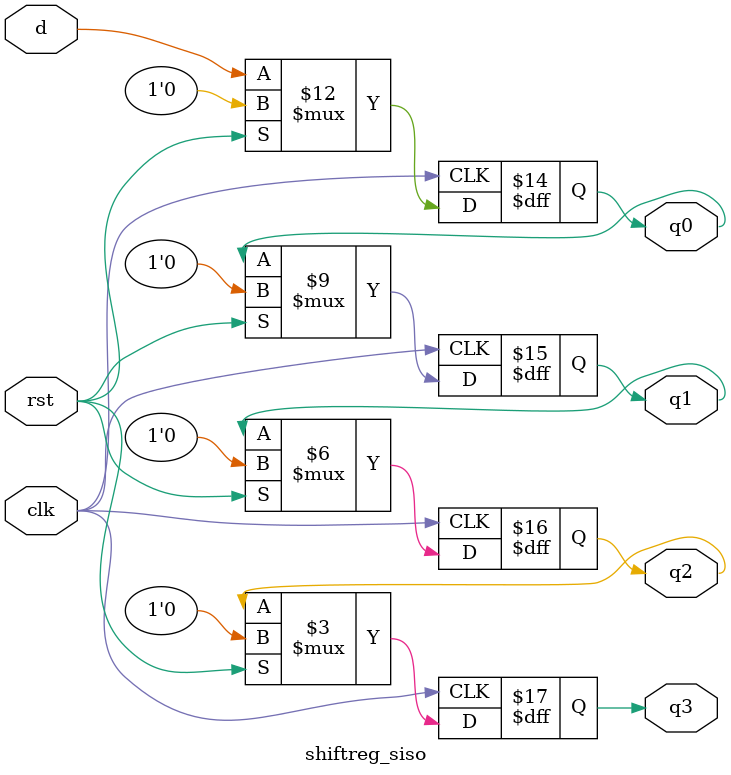
<source format=v>
module shiftreg_siso(d,rst,clk,q0,q1,q2,q3); 
input d,rst,clk;
output reg q0,q1,q2,q3;

wire qb0,qb1,qb2,qb3;

always @ (posedge clk) begin
if (rst) begin
	q0=0;
	q1=0;
	q2=0;
	q3=0;
end
else begin
	q0<=d;
	q1<=q0;
	q2<=q1;
	q3<=q2;
end
end
endmodule

</source>
